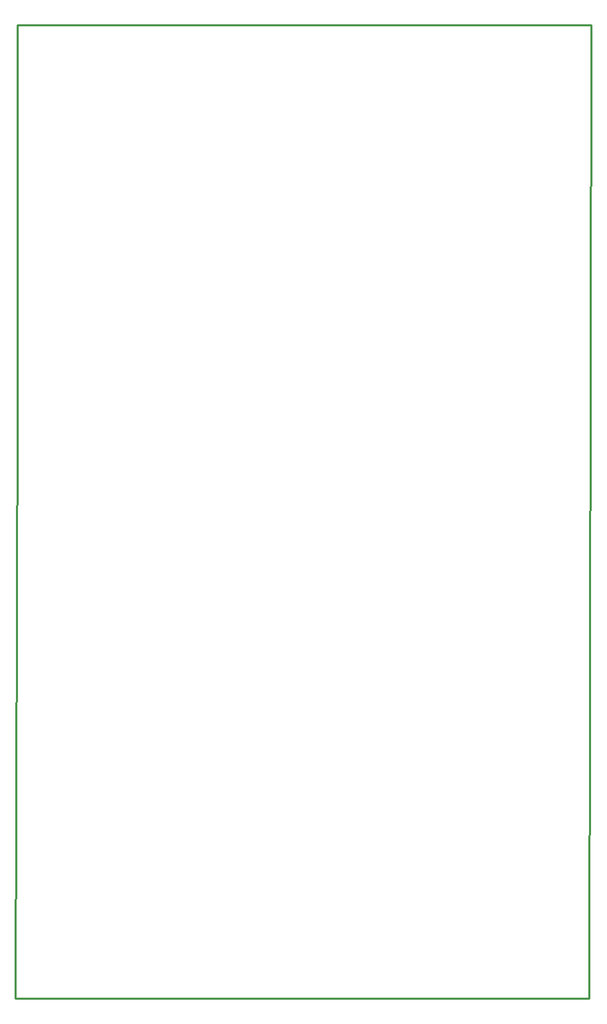
<source format=gko>
G04 ---------------------------- Layer name :KeepOutLayer*
G04 EasyEDA v5.8.20, Fri, 26 Oct 2018 20:07:39 GMT*
G04 Gerber Generator version 0.2*
G04 Scale: 100 percent, Rotated: No, Reflected: No *
G04 Dimensions in inches *
G04 leading zeros omitted , absolute positions ,2 integer and 4 decimal *
%FSLAX24Y24*%
%MOIN*%
G90*
G70D02*

%ADD10C,0.010000*%
G54D10*
G01X100Y46800D02*
G01X27700Y46800D01*
G01X27600Y0D01*
G01X0Y0D01*
G01X100Y28400D01*
G01X100Y46800D01*

%LPD*%
M00*
M02*

</source>
